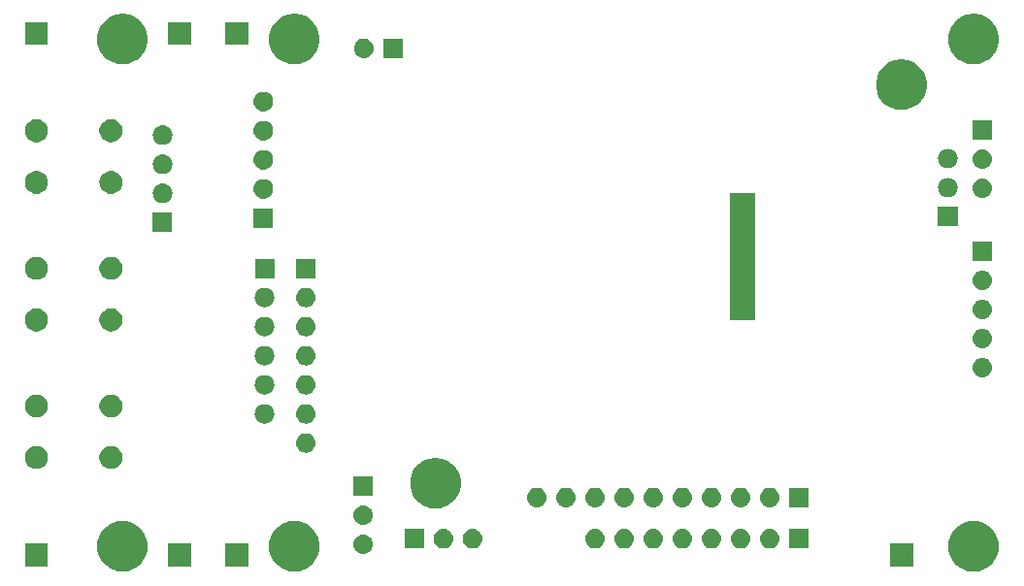
<source format=gbs>
G04 #@! TF.GenerationSoftware,KiCad,Pcbnew,(5.0.0)*
G04 #@! TF.CreationDate,2021-01-27T11:34:45+02:00*
G04 #@! TF.ProjectId,ESP32,45535033322E6B696361645F70636200,rev?*
G04 #@! TF.SameCoordinates,Original*
G04 #@! TF.FileFunction,Soldermask,Bot*
G04 #@! TF.FilePolarity,Negative*
%FSLAX46Y46*%
G04 Gerber Fmt 4.6, Leading zero omitted, Abs format (unit mm)*
G04 Created by KiCad (PCBNEW (5.0.0)) date 01/27/21 11:34:45*
%MOMM*%
%LPD*%
G01*
G04 APERTURE LIST*
%ADD10C,0.100000*%
G04 APERTURE END LIST*
D10*
G36*
X146479511Y-101190703D02*
X146692183Y-101233006D01*
X147092849Y-101398967D01*
X147453438Y-101639905D01*
X147760095Y-101946562D01*
X148001033Y-102307151D01*
X148112415Y-102576052D01*
X148166994Y-102707818D01*
X148251600Y-103133160D01*
X148251600Y-103566840D01*
X148234159Y-103654520D01*
X148166994Y-103992183D01*
X148001033Y-104392849D01*
X147760095Y-104753438D01*
X147453438Y-105060095D01*
X147092849Y-105301033D01*
X146692183Y-105466994D01*
X146479511Y-105509297D01*
X146266840Y-105551600D01*
X145833160Y-105551600D01*
X145620489Y-105509297D01*
X145407817Y-105466994D01*
X145007151Y-105301033D01*
X144646562Y-105060095D01*
X144339905Y-104753438D01*
X144098967Y-104392849D01*
X143933006Y-103992183D01*
X143865841Y-103654520D01*
X143848400Y-103566840D01*
X143848400Y-103133160D01*
X143933006Y-102707818D01*
X143987585Y-102576052D01*
X144098967Y-102307151D01*
X144339905Y-101946562D01*
X144646562Y-101639905D01*
X145007151Y-101398967D01*
X145407817Y-101233006D01*
X145620489Y-101190703D01*
X145833160Y-101148400D01*
X146266840Y-101148400D01*
X146479511Y-101190703D01*
X146479511Y-101190703D01*
G37*
G36*
X87229511Y-101190703D02*
X87442183Y-101233006D01*
X87842849Y-101398967D01*
X88203438Y-101639905D01*
X88510095Y-101946562D01*
X88751033Y-102307151D01*
X88862415Y-102576052D01*
X88916994Y-102707818D01*
X89001600Y-103133160D01*
X89001600Y-103566840D01*
X88984159Y-103654520D01*
X88916994Y-103992183D01*
X88751033Y-104392849D01*
X88510095Y-104753438D01*
X88203438Y-105060095D01*
X87842849Y-105301033D01*
X87442183Y-105466994D01*
X87229511Y-105509297D01*
X87016840Y-105551600D01*
X86583160Y-105551600D01*
X86370489Y-105509297D01*
X86157817Y-105466994D01*
X85757151Y-105301033D01*
X85396562Y-105060095D01*
X85089905Y-104753438D01*
X84848967Y-104392849D01*
X84683006Y-103992183D01*
X84615841Y-103654520D01*
X84598400Y-103566840D01*
X84598400Y-103133160D01*
X84683006Y-102707818D01*
X84737585Y-102576052D01*
X84848967Y-102307151D01*
X85089905Y-101946562D01*
X85396562Y-101639905D01*
X85757151Y-101398967D01*
X86157817Y-101233006D01*
X86370489Y-101190703D01*
X86583160Y-101148400D01*
X87016840Y-101148400D01*
X87229511Y-101190703D01*
X87229511Y-101190703D01*
G37*
G36*
X72229511Y-101190703D02*
X72442183Y-101233006D01*
X72842849Y-101398967D01*
X73203438Y-101639905D01*
X73510095Y-101946562D01*
X73751033Y-102307151D01*
X73862415Y-102576052D01*
X73916994Y-102707818D01*
X74001600Y-103133160D01*
X74001600Y-103566840D01*
X73984159Y-103654520D01*
X73916994Y-103992183D01*
X73751033Y-104392849D01*
X73510095Y-104753438D01*
X73203438Y-105060095D01*
X72842849Y-105301033D01*
X72442183Y-105466994D01*
X72229511Y-105509297D01*
X72016840Y-105551600D01*
X71583160Y-105551600D01*
X71370489Y-105509297D01*
X71157817Y-105466994D01*
X70757151Y-105301033D01*
X70396562Y-105060095D01*
X70089905Y-104753438D01*
X69848967Y-104392849D01*
X69683006Y-103992183D01*
X69615841Y-103654520D01*
X69598400Y-103566840D01*
X69598400Y-103133160D01*
X69683006Y-102707818D01*
X69737585Y-102576052D01*
X69848967Y-102307151D01*
X70089905Y-101946562D01*
X70396562Y-101639905D01*
X70757151Y-101398967D01*
X71157817Y-101233006D01*
X71370489Y-101190703D01*
X71583160Y-101148400D01*
X72016840Y-101148400D01*
X72229511Y-101190703D01*
X72229511Y-101190703D01*
G37*
G36*
X65300000Y-105100000D02*
X63300000Y-105100000D01*
X63300000Y-103100000D01*
X65300000Y-103100000D01*
X65300000Y-105100000D01*
X65300000Y-105100000D01*
G37*
G36*
X77800000Y-105100000D02*
X75800000Y-105100000D01*
X75800000Y-103100000D01*
X77800000Y-103100000D01*
X77800000Y-105100000D01*
X77800000Y-105100000D01*
G37*
G36*
X140800000Y-105100000D02*
X138800000Y-105100000D01*
X138800000Y-103100000D01*
X140800000Y-103100000D01*
X140800000Y-105100000D01*
X140800000Y-105100000D01*
G37*
G36*
X82800000Y-105100000D02*
X80800000Y-105100000D01*
X80800000Y-103100000D01*
X82800000Y-103100000D01*
X82800000Y-105100000D01*
X82800000Y-105100000D01*
G37*
G36*
X92966630Y-102342299D02*
X93126855Y-102390903D01*
X93274520Y-102469831D01*
X93403949Y-102576051D01*
X93510169Y-102705480D01*
X93589097Y-102853145D01*
X93637701Y-103013370D01*
X93654112Y-103180000D01*
X93637701Y-103346630D01*
X93589097Y-103506855D01*
X93510169Y-103654520D01*
X93403949Y-103783949D01*
X93274520Y-103890169D01*
X93126855Y-103969097D01*
X92966630Y-104017701D01*
X92841752Y-104030000D01*
X92758248Y-104030000D01*
X92633370Y-104017701D01*
X92473145Y-103969097D01*
X92325480Y-103890169D01*
X92196051Y-103783949D01*
X92089831Y-103654520D01*
X92010903Y-103506855D01*
X91962299Y-103346630D01*
X91945888Y-103180000D01*
X91962299Y-103013370D01*
X92010903Y-102853145D01*
X92089831Y-102705480D01*
X92196051Y-102576051D01*
X92325480Y-102469831D01*
X92473145Y-102390903D01*
X92633370Y-102342299D01*
X92758248Y-102330000D01*
X92841752Y-102330000D01*
X92966630Y-102342299D01*
X92966630Y-102342299D01*
G37*
G36*
X128426630Y-101862299D02*
X128586855Y-101910903D01*
X128734520Y-101989831D01*
X128863949Y-102096051D01*
X128970169Y-102225480D01*
X129049097Y-102373145D01*
X129097701Y-102533370D01*
X129114112Y-102700000D01*
X129097701Y-102866630D01*
X129049097Y-103026855D01*
X128970169Y-103174520D01*
X128863949Y-103303949D01*
X128734520Y-103410169D01*
X128586855Y-103489097D01*
X128426630Y-103537701D01*
X128301752Y-103550000D01*
X128218248Y-103550000D01*
X128093370Y-103537701D01*
X127933145Y-103489097D01*
X127785480Y-103410169D01*
X127656051Y-103303949D01*
X127549831Y-103174520D01*
X127470903Y-103026855D01*
X127422299Y-102866630D01*
X127405888Y-102700000D01*
X127422299Y-102533370D01*
X127470903Y-102373145D01*
X127549831Y-102225480D01*
X127656051Y-102096051D01*
X127785480Y-101989831D01*
X127933145Y-101910903D01*
X128093370Y-101862299D01*
X128218248Y-101850000D01*
X128301752Y-101850000D01*
X128426630Y-101862299D01*
X128426630Y-101862299D01*
G37*
G36*
X102506630Y-101862299D02*
X102666855Y-101910903D01*
X102814520Y-101989831D01*
X102943949Y-102096051D01*
X103050169Y-102225480D01*
X103129097Y-102373145D01*
X103177701Y-102533370D01*
X103194112Y-102700000D01*
X103177701Y-102866630D01*
X103129097Y-103026855D01*
X103050169Y-103174520D01*
X102943949Y-103303949D01*
X102814520Y-103410169D01*
X102666855Y-103489097D01*
X102506630Y-103537701D01*
X102381752Y-103550000D01*
X102298248Y-103550000D01*
X102173370Y-103537701D01*
X102013145Y-103489097D01*
X101865480Y-103410169D01*
X101736051Y-103303949D01*
X101629831Y-103174520D01*
X101550903Y-103026855D01*
X101502299Y-102866630D01*
X101485888Y-102700000D01*
X101502299Y-102533370D01*
X101550903Y-102373145D01*
X101629831Y-102225480D01*
X101736051Y-102096051D01*
X101865480Y-101989831D01*
X102013145Y-101910903D01*
X102173370Y-101862299D01*
X102298248Y-101850000D01*
X102381752Y-101850000D01*
X102506630Y-101862299D01*
X102506630Y-101862299D01*
G37*
G36*
X98110000Y-103550000D02*
X96410000Y-103550000D01*
X96410000Y-101850000D01*
X98110000Y-101850000D01*
X98110000Y-103550000D01*
X98110000Y-103550000D01*
G37*
G36*
X99966630Y-101862299D02*
X100126855Y-101910903D01*
X100274520Y-101989831D01*
X100403949Y-102096051D01*
X100510169Y-102225480D01*
X100589097Y-102373145D01*
X100637701Y-102533370D01*
X100654112Y-102700000D01*
X100637701Y-102866630D01*
X100589097Y-103026855D01*
X100510169Y-103174520D01*
X100403949Y-103303949D01*
X100274520Y-103410169D01*
X100126855Y-103489097D01*
X99966630Y-103537701D01*
X99841752Y-103550000D01*
X99758248Y-103550000D01*
X99633370Y-103537701D01*
X99473145Y-103489097D01*
X99325480Y-103410169D01*
X99196051Y-103303949D01*
X99089831Y-103174520D01*
X99010903Y-103026855D01*
X98962299Y-102866630D01*
X98945888Y-102700000D01*
X98962299Y-102533370D01*
X99010903Y-102373145D01*
X99089831Y-102225480D01*
X99196051Y-102096051D01*
X99325480Y-101989831D01*
X99473145Y-101910903D01*
X99633370Y-101862299D01*
X99758248Y-101850000D01*
X99841752Y-101850000D01*
X99966630Y-101862299D01*
X99966630Y-101862299D01*
G37*
G36*
X131650000Y-103550000D02*
X129950000Y-103550000D01*
X129950000Y-101850000D01*
X131650000Y-101850000D01*
X131650000Y-103550000D01*
X131650000Y-103550000D01*
G37*
G36*
X125886630Y-101862299D02*
X126046855Y-101910903D01*
X126194520Y-101989831D01*
X126323949Y-102096051D01*
X126430169Y-102225480D01*
X126509097Y-102373145D01*
X126557701Y-102533370D01*
X126574112Y-102700000D01*
X126557701Y-102866630D01*
X126509097Y-103026855D01*
X126430169Y-103174520D01*
X126323949Y-103303949D01*
X126194520Y-103410169D01*
X126046855Y-103489097D01*
X125886630Y-103537701D01*
X125761752Y-103550000D01*
X125678248Y-103550000D01*
X125553370Y-103537701D01*
X125393145Y-103489097D01*
X125245480Y-103410169D01*
X125116051Y-103303949D01*
X125009831Y-103174520D01*
X124930903Y-103026855D01*
X124882299Y-102866630D01*
X124865888Y-102700000D01*
X124882299Y-102533370D01*
X124930903Y-102373145D01*
X125009831Y-102225480D01*
X125116051Y-102096051D01*
X125245480Y-101989831D01*
X125393145Y-101910903D01*
X125553370Y-101862299D01*
X125678248Y-101850000D01*
X125761752Y-101850000D01*
X125886630Y-101862299D01*
X125886630Y-101862299D01*
G37*
G36*
X123346630Y-101862299D02*
X123506855Y-101910903D01*
X123654520Y-101989831D01*
X123783949Y-102096051D01*
X123890169Y-102225480D01*
X123969097Y-102373145D01*
X124017701Y-102533370D01*
X124034112Y-102700000D01*
X124017701Y-102866630D01*
X123969097Y-103026855D01*
X123890169Y-103174520D01*
X123783949Y-103303949D01*
X123654520Y-103410169D01*
X123506855Y-103489097D01*
X123346630Y-103537701D01*
X123221752Y-103550000D01*
X123138248Y-103550000D01*
X123013370Y-103537701D01*
X122853145Y-103489097D01*
X122705480Y-103410169D01*
X122576051Y-103303949D01*
X122469831Y-103174520D01*
X122390903Y-103026855D01*
X122342299Y-102866630D01*
X122325888Y-102700000D01*
X122342299Y-102533370D01*
X122390903Y-102373145D01*
X122469831Y-102225480D01*
X122576051Y-102096051D01*
X122705480Y-101989831D01*
X122853145Y-101910903D01*
X123013370Y-101862299D01*
X123138248Y-101850000D01*
X123221752Y-101850000D01*
X123346630Y-101862299D01*
X123346630Y-101862299D01*
G37*
G36*
X120806630Y-101862299D02*
X120966855Y-101910903D01*
X121114520Y-101989831D01*
X121243949Y-102096051D01*
X121350169Y-102225480D01*
X121429097Y-102373145D01*
X121477701Y-102533370D01*
X121494112Y-102700000D01*
X121477701Y-102866630D01*
X121429097Y-103026855D01*
X121350169Y-103174520D01*
X121243949Y-103303949D01*
X121114520Y-103410169D01*
X120966855Y-103489097D01*
X120806630Y-103537701D01*
X120681752Y-103550000D01*
X120598248Y-103550000D01*
X120473370Y-103537701D01*
X120313145Y-103489097D01*
X120165480Y-103410169D01*
X120036051Y-103303949D01*
X119929831Y-103174520D01*
X119850903Y-103026855D01*
X119802299Y-102866630D01*
X119785888Y-102700000D01*
X119802299Y-102533370D01*
X119850903Y-102373145D01*
X119929831Y-102225480D01*
X120036051Y-102096051D01*
X120165480Y-101989831D01*
X120313145Y-101910903D01*
X120473370Y-101862299D01*
X120598248Y-101850000D01*
X120681752Y-101850000D01*
X120806630Y-101862299D01*
X120806630Y-101862299D01*
G37*
G36*
X113186630Y-101862299D02*
X113346855Y-101910903D01*
X113494520Y-101989831D01*
X113623949Y-102096051D01*
X113730169Y-102225480D01*
X113809097Y-102373145D01*
X113857701Y-102533370D01*
X113874112Y-102700000D01*
X113857701Y-102866630D01*
X113809097Y-103026855D01*
X113730169Y-103174520D01*
X113623949Y-103303949D01*
X113494520Y-103410169D01*
X113346855Y-103489097D01*
X113186630Y-103537701D01*
X113061752Y-103550000D01*
X112978248Y-103550000D01*
X112853370Y-103537701D01*
X112693145Y-103489097D01*
X112545480Y-103410169D01*
X112416051Y-103303949D01*
X112309831Y-103174520D01*
X112230903Y-103026855D01*
X112182299Y-102866630D01*
X112165888Y-102700000D01*
X112182299Y-102533370D01*
X112230903Y-102373145D01*
X112309831Y-102225480D01*
X112416051Y-102096051D01*
X112545480Y-101989831D01*
X112693145Y-101910903D01*
X112853370Y-101862299D01*
X112978248Y-101850000D01*
X113061752Y-101850000D01*
X113186630Y-101862299D01*
X113186630Y-101862299D01*
G37*
G36*
X115726630Y-101862299D02*
X115886855Y-101910903D01*
X116034520Y-101989831D01*
X116163949Y-102096051D01*
X116270169Y-102225480D01*
X116349097Y-102373145D01*
X116397701Y-102533370D01*
X116414112Y-102700000D01*
X116397701Y-102866630D01*
X116349097Y-103026855D01*
X116270169Y-103174520D01*
X116163949Y-103303949D01*
X116034520Y-103410169D01*
X115886855Y-103489097D01*
X115726630Y-103537701D01*
X115601752Y-103550000D01*
X115518248Y-103550000D01*
X115393370Y-103537701D01*
X115233145Y-103489097D01*
X115085480Y-103410169D01*
X114956051Y-103303949D01*
X114849831Y-103174520D01*
X114770903Y-103026855D01*
X114722299Y-102866630D01*
X114705888Y-102700000D01*
X114722299Y-102533370D01*
X114770903Y-102373145D01*
X114849831Y-102225480D01*
X114956051Y-102096051D01*
X115085480Y-101989831D01*
X115233145Y-101910903D01*
X115393370Y-101862299D01*
X115518248Y-101850000D01*
X115601752Y-101850000D01*
X115726630Y-101862299D01*
X115726630Y-101862299D01*
G37*
G36*
X118266630Y-101862299D02*
X118426855Y-101910903D01*
X118574520Y-101989831D01*
X118703949Y-102096051D01*
X118810169Y-102225480D01*
X118889097Y-102373145D01*
X118937701Y-102533370D01*
X118954112Y-102700000D01*
X118937701Y-102866630D01*
X118889097Y-103026855D01*
X118810169Y-103174520D01*
X118703949Y-103303949D01*
X118574520Y-103410169D01*
X118426855Y-103489097D01*
X118266630Y-103537701D01*
X118141752Y-103550000D01*
X118058248Y-103550000D01*
X117933370Y-103537701D01*
X117773145Y-103489097D01*
X117625480Y-103410169D01*
X117496051Y-103303949D01*
X117389831Y-103174520D01*
X117310903Y-103026855D01*
X117262299Y-102866630D01*
X117245888Y-102700000D01*
X117262299Y-102533370D01*
X117310903Y-102373145D01*
X117389831Y-102225480D01*
X117496051Y-102096051D01*
X117625480Y-101989831D01*
X117773145Y-101910903D01*
X117933370Y-101862299D01*
X118058248Y-101850000D01*
X118141752Y-101850000D01*
X118266630Y-101862299D01*
X118266630Y-101862299D01*
G37*
G36*
X92966630Y-99802299D02*
X93126855Y-99850903D01*
X93274520Y-99929831D01*
X93403949Y-100036051D01*
X93510169Y-100165480D01*
X93589097Y-100313145D01*
X93637701Y-100473370D01*
X93654112Y-100640000D01*
X93637701Y-100806630D01*
X93589097Y-100966855D01*
X93510169Y-101114520D01*
X93403949Y-101243949D01*
X93274520Y-101350169D01*
X93126855Y-101429097D01*
X92966630Y-101477701D01*
X92841752Y-101490000D01*
X92758248Y-101490000D01*
X92633370Y-101477701D01*
X92473145Y-101429097D01*
X92325480Y-101350169D01*
X92196051Y-101243949D01*
X92089831Y-101114520D01*
X92010903Y-100966855D01*
X91962299Y-100806630D01*
X91945888Y-100640000D01*
X91962299Y-100473370D01*
X92010903Y-100313145D01*
X92089831Y-100165480D01*
X92196051Y-100036051D01*
X92325480Y-99929831D01*
X92473145Y-99850903D01*
X92633370Y-99802299D01*
X92758248Y-99790000D01*
X92841752Y-99790000D01*
X92966630Y-99802299D01*
X92966630Y-99802299D01*
G37*
G36*
X99527511Y-95690703D02*
X99740183Y-95733006D01*
X100140849Y-95898967D01*
X100501438Y-96139905D01*
X100808095Y-96446562D01*
X101049033Y-96807151D01*
X101214994Y-97207817D01*
X101299600Y-97633161D01*
X101299600Y-98066839D01*
X101214994Y-98492183D01*
X101049033Y-98892849D01*
X100808095Y-99253438D01*
X100501438Y-99560095D01*
X100140849Y-99801033D01*
X99740183Y-99966994D01*
X99527511Y-100009297D01*
X99314840Y-100051600D01*
X98881160Y-100051600D01*
X98668489Y-100009297D01*
X98455817Y-99966994D01*
X98055151Y-99801033D01*
X97694562Y-99560095D01*
X97387905Y-99253438D01*
X97146967Y-98892849D01*
X96981006Y-98492183D01*
X96896400Y-98066839D01*
X96896400Y-97633161D01*
X96981006Y-97207817D01*
X97146967Y-96807151D01*
X97387905Y-96446562D01*
X97694562Y-96139905D01*
X98055151Y-95898967D01*
X98455817Y-95733006D01*
X98668489Y-95690703D01*
X98881160Y-95648400D01*
X99314840Y-95648400D01*
X99527511Y-95690703D01*
X99527511Y-95690703D01*
G37*
G36*
X131650000Y-99950000D02*
X129950000Y-99950000D01*
X129950000Y-98250000D01*
X131650000Y-98250000D01*
X131650000Y-99950000D01*
X131650000Y-99950000D01*
G37*
G36*
X115726630Y-98262299D02*
X115886855Y-98310903D01*
X116034520Y-98389831D01*
X116163949Y-98496051D01*
X116270169Y-98625480D01*
X116349097Y-98773145D01*
X116397701Y-98933370D01*
X116414112Y-99100000D01*
X116397701Y-99266630D01*
X116349097Y-99426855D01*
X116270169Y-99574520D01*
X116163949Y-99703949D01*
X116034520Y-99810169D01*
X115886855Y-99889097D01*
X115726630Y-99937701D01*
X115601752Y-99950000D01*
X115518248Y-99950000D01*
X115393370Y-99937701D01*
X115233145Y-99889097D01*
X115085480Y-99810169D01*
X114956051Y-99703949D01*
X114849831Y-99574520D01*
X114770903Y-99426855D01*
X114722299Y-99266630D01*
X114705888Y-99100000D01*
X114722299Y-98933370D01*
X114770903Y-98773145D01*
X114849831Y-98625480D01*
X114956051Y-98496051D01*
X115085480Y-98389831D01*
X115233145Y-98310903D01*
X115393370Y-98262299D01*
X115518248Y-98250000D01*
X115601752Y-98250000D01*
X115726630Y-98262299D01*
X115726630Y-98262299D01*
G37*
G36*
X110646630Y-98262299D02*
X110806855Y-98310903D01*
X110954520Y-98389831D01*
X111083949Y-98496051D01*
X111190169Y-98625480D01*
X111269097Y-98773145D01*
X111317701Y-98933370D01*
X111334112Y-99100000D01*
X111317701Y-99266630D01*
X111269097Y-99426855D01*
X111190169Y-99574520D01*
X111083949Y-99703949D01*
X110954520Y-99810169D01*
X110806855Y-99889097D01*
X110646630Y-99937701D01*
X110521752Y-99950000D01*
X110438248Y-99950000D01*
X110313370Y-99937701D01*
X110153145Y-99889097D01*
X110005480Y-99810169D01*
X109876051Y-99703949D01*
X109769831Y-99574520D01*
X109690903Y-99426855D01*
X109642299Y-99266630D01*
X109625888Y-99100000D01*
X109642299Y-98933370D01*
X109690903Y-98773145D01*
X109769831Y-98625480D01*
X109876051Y-98496051D01*
X110005480Y-98389831D01*
X110153145Y-98310903D01*
X110313370Y-98262299D01*
X110438248Y-98250000D01*
X110521752Y-98250000D01*
X110646630Y-98262299D01*
X110646630Y-98262299D01*
G37*
G36*
X108106630Y-98262299D02*
X108266855Y-98310903D01*
X108414520Y-98389831D01*
X108543949Y-98496051D01*
X108650169Y-98625480D01*
X108729097Y-98773145D01*
X108777701Y-98933370D01*
X108794112Y-99100000D01*
X108777701Y-99266630D01*
X108729097Y-99426855D01*
X108650169Y-99574520D01*
X108543949Y-99703949D01*
X108414520Y-99810169D01*
X108266855Y-99889097D01*
X108106630Y-99937701D01*
X107981752Y-99950000D01*
X107898248Y-99950000D01*
X107773370Y-99937701D01*
X107613145Y-99889097D01*
X107465480Y-99810169D01*
X107336051Y-99703949D01*
X107229831Y-99574520D01*
X107150903Y-99426855D01*
X107102299Y-99266630D01*
X107085888Y-99100000D01*
X107102299Y-98933370D01*
X107150903Y-98773145D01*
X107229831Y-98625480D01*
X107336051Y-98496051D01*
X107465480Y-98389831D01*
X107613145Y-98310903D01*
X107773370Y-98262299D01*
X107898248Y-98250000D01*
X107981752Y-98250000D01*
X108106630Y-98262299D01*
X108106630Y-98262299D01*
G37*
G36*
X118266630Y-98262299D02*
X118426855Y-98310903D01*
X118574520Y-98389831D01*
X118703949Y-98496051D01*
X118810169Y-98625480D01*
X118889097Y-98773145D01*
X118937701Y-98933370D01*
X118954112Y-99100000D01*
X118937701Y-99266630D01*
X118889097Y-99426855D01*
X118810169Y-99574520D01*
X118703949Y-99703949D01*
X118574520Y-99810169D01*
X118426855Y-99889097D01*
X118266630Y-99937701D01*
X118141752Y-99950000D01*
X118058248Y-99950000D01*
X117933370Y-99937701D01*
X117773145Y-99889097D01*
X117625480Y-99810169D01*
X117496051Y-99703949D01*
X117389831Y-99574520D01*
X117310903Y-99426855D01*
X117262299Y-99266630D01*
X117245888Y-99100000D01*
X117262299Y-98933370D01*
X117310903Y-98773145D01*
X117389831Y-98625480D01*
X117496051Y-98496051D01*
X117625480Y-98389831D01*
X117773145Y-98310903D01*
X117933370Y-98262299D01*
X118058248Y-98250000D01*
X118141752Y-98250000D01*
X118266630Y-98262299D01*
X118266630Y-98262299D01*
G37*
G36*
X120806630Y-98262299D02*
X120966855Y-98310903D01*
X121114520Y-98389831D01*
X121243949Y-98496051D01*
X121350169Y-98625480D01*
X121429097Y-98773145D01*
X121477701Y-98933370D01*
X121494112Y-99100000D01*
X121477701Y-99266630D01*
X121429097Y-99426855D01*
X121350169Y-99574520D01*
X121243949Y-99703949D01*
X121114520Y-99810169D01*
X120966855Y-99889097D01*
X120806630Y-99937701D01*
X120681752Y-99950000D01*
X120598248Y-99950000D01*
X120473370Y-99937701D01*
X120313145Y-99889097D01*
X120165480Y-99810169D01*
X120036051Y-99703949D01*
X119929831Y-99574520D01*
X119850903Y-99426855D01*
X119802299Y-99266630D01*
X119785888Y-99100000D01*
X119802299Y-98933370D01*
X119850903Y-98773145D01*
X119929831Y-98625480D01*
X120036051Y-98496051D01*
X120165480Y-98389831D01*
X120313145Y-98310903D01*
X120473370Y-98262299D01*
X120598248Y-98250000D01*
X120681752Y-98250000D01*
X120806630Y-98262299D01*
X120806630Y-98262299D01*
G37*
G36*
X123346630Y-98262299D02*
X123506855Y-98310903D01*
X123654520Y-98389831D01*
X123783949Y-98496051D01*
X123890169Y-98625480D01*
X123969097Y-98773145D01*
X124017701Y-98933370D01*
X124034112Y-99100000D01*
X124017701Y-99266630D01*
X123969097Y-99426855D01*
X123890169Y-99574520D01*
X123783949Y-99703949D01*
X123654520Y-99810169D01*
X123506855Y-99889097D01*
X123346630Y-99937701D01*
X123221752Y-99950000D01*
X123138248Y-99950000D01*
X123013370Y-99937701D01*
X122853145Y-99889097D01*
X122705480Y-99810169D01*
X122576051Y-99703949D01*
X122469831Y-99574520D01*
X122390903Y-99426855D01*
X122342299Y-99266630D01*
X122325888Y-99100000D01*
X122342299Y-98933370D01*
X122390903Y-98773145D01*
X122469831Y-98625480D01*
X122576051Y-98496051D01*
X122705480Y-98389831D01*
X122853145Y-98310903D01*
X123013370Y-98262299D01*
X123138248Y-98250000D01*
X123221752Y-98250000D01*
X123346630Y-98262299D01*
X123346630Y-98262299D01*
G37*
G36*
X125886630Y-98262299D02*
X126046855Y-98310903D01*
X126194520Y-98389831D01*
X126323949Y-98496051D01*
X126430169Y-98625480D01*
X126509097Y-98773145D01*
X126557701Y-98933370D01*
X126574112Y-99100000D01*
X126557701Y-99266630D01*
X126509097Y-99426855D01*
X126430169Y-99574520D01*
X126323949Y-99703949D01*
X126194520Y-99810169D01*
X126046855Y-99889097D01*
X125886630Y-99937701D01*
X125761752Y-99950000D01*
X125678248Y-99950000D01*
X125553370Y-99937701D01*
X125393145Y-99889097D01*
X125245480Y-99810169D01*
X125116051Y-99703949D01*
X125009831Y-99574520D01*
X124930903Y-99426855D01*
X124882299Y-99266630D01*
X124865888Y-99100000D01*
X124882299Y-98933370D01*
X124930903Y-98773145D01*
X125009831Y-98625480D01*
X125116051Y-98496051D01*
X125245480Y-98389831D01*
X125393145Y-98310903D01*
X125553370Y-98262299D01*
X125678248Y-98250000D01*
X125761752Y-98250000D01*
X125886630Y-98262299D01*
X125886630Y-98262299D01*
G37*
G36*
X128426630Y-98262299D02*
X128586855Y-98310903D01*
X128734520Y-98389831D01*
X128863949Y-98496051D01*
X128970169Y-98625480D01*
X129049097Y-98773145D01*
X129097701Y-98933370D01*
X129114112Y-99100000D01*
X129097701Y-99266630D01*
X129049097Y-99426855D01*
X128970169Y-99574520D01*
X128863949Y-99703949D01*
X128734520Y-99810169D01*
X128586855Y-99889097D01*
X128426630Y-99937701D01*
X128301752Y-99950000D01*
X128218248Y-99950000D01*
X128093370Y-99937701D01*
X127933145Y-99889097D01*
X127785480Y-99810169D01*
X127656051Y-99703949D01*
X127549831Y-99574520D01*
X127470903Y-99426855D01*
X127422299Y-99266630D01*
X127405888Y-99100000D01*
X127422299Y-98933370D01*
X127470903Y-98773145D01*
X127549831Y-98625480D01*
X127656051Y-98496051D01*
X127785480Y-98389831D01*
X127933145Y-98310903D01*
X128093370Y-98262299D01*
X128218248Y-98250000D01*
X128301752Y-98250000D01*
X128426630Y-98262299D01*
X128426630Y-98262299D01*
G37*
G36*
X113186630Y-98262299D02*
X113346855Y-98310903D01*
X113494520Y-98389831D01*
X113623949Y-98496051D01*
X113730169Y-98625480D01*
X113809097Y-98773145D01*
X113857701Y-98933370D01*
X113874112Y-99100000D01*
X113857701Y-99266630D01*
X113809097Y-99426855D01*
X113730169Y-99574520D01*
X113623949Y-99703949D01*
X113494520Y-99810169D01*
X113346855Y-99889097D01*
X113186630Y-99937701D01*
X113061752Y-99950000D01*
X112978248Y-99950000D01*
X112853370Y-99937701D01*
X112693145Y-99889097D01*
X112545480Y-99810169D01*
X112416051Y-99703949D01*
X112309831Y-99574520D01*
X112230903Y-99426855D01*
X112182299Y-99266630D01*
X112165888Y-99100000D01*
X112182299Y-98933370D01*
X112230903Y-98773145D01*
X112309831Y-98625480D01*
X112416051Y-98496051D01*
X112545480Y-98389831D01*
X112693145Y-98310903D01*
X112853370Y-98262299D01*
X112978248Y-98250000D01*
X113061752Y-98250000D01*
X113186630Y-98262299D01*
X113186630Y-98262299D01*
G37*
G36*
X93650000Y-98950000D02*
X91950000Y-98950000D01*
X91950000Y-97250000D01*
X93650000Y-97250000D01*
X93650000Y-98950000D01*
X93650000Y-98950000D01*
G37*
G36*
X64475770Y-94615372D02*
X64591689Y-94638429D01*
X64773678Y-94713811D01*
X64937463Y-94823249D01*
X65076751Y-94962537D01*
X65186189Y-95126322D01*
X65261571Y-95308311D01*
X65300000Y-95501509D01*
X65300000Y-95698491D01*
X65261571Y-95891689D01*
X65186189Y-96073678D01*
X65076751Y-96237463D01*
X64937463Y-96376751D01*
X64773678Y-96486189D01*
X64591689Y-96561571D01*
X64475770Y-96584628D01*
X64398493Y-96600000D01*
X64201507Y-96600000D01*
X64124230Y-96584628D01*
X64008311Y-96561571D01*
X63826322Y-96486189D01*
X63662537Y-96376751D01*
X63523249Y-96237463D01*
X63413811Y-96073678D01*
X63338429Y-95891689D01*
X63300000Y-95698491D01*
X63300000Y-95501509D01*
X63338429Y-95308311D01*
X63413811Y-95126322D01*
X63523249Y-94962537D01*
X63662537Y-94823249D01*
X63826322Y-94713811D01*
X64008311Y-94638429D01*
X64124230Y-94615372D01*
X64201507Y-94600000D01*
X64398493Y-94600000D01*
X64475770Y-94615372D01*
X64475770Y-94615372D01*
G37*
G36*
X70975770Y-94615372D02*
X71091689Y-94638429D01*
X71273678Y-94713811D01*
X71437463Y-94823249D01*
X71576751Y-94962537D01*
X71686189Y-95126322D01*
X71761571Y-95308311D01*
X71800000Y-95501509D01*
X71800000Y-95698491D01*
X71761571Y-95891689D01*
X71686189Y-96073678D01*
X71576751Y-96237463D01*
X71437463Y-96376751D01*
X71273678Y-96486189D01*
X71091689Y-96561571D01*
X70975770Y-96584628D01*
X70898493Y-96600000D01*
X70701507Y-96600000D01*
X70624230Y-96584628D01*
X70508311Y-96561571D01*
X70326322Y-96486189D01*
X70162537Y-96376751D01*
X70023249Y-96237463D01*
X69913811Y-96073678D01*
X69838429Y-95891689D01*
X69800000Y-95698491D01*
X69800000Y-95501509D01*
X69838429Y-95308311D01*
X69913811Y-95126322D01*
X70023249Y-94962537D01*
X70162537Y-94823249D01*
X70326322Y-94713811D01*
X70508311Y-94638429D01*
X70624230Y-94615372D01*
X70701507Y-94600000D01*
X70898493Y-94600000D01*
X70975770Y-94615372D01*
X70975770Y-94615372D01*
G37*
G36*
X87966630Y-93502299D02*
X88126855Y-93550903D01*
X88274520Y-93629831D01*
X88403949Y-93736051D01*
X88510169Y-93865480D01*
X88589097Y-94013145D01*
X88637701Y-94173370D01*
X88654112Y-94340000D01*
X88637701Y-94506630D01*
X88589097Y-94666855D01*
X88510169Y-94814520D01*
X88403949Y-94943949D01*
X88274520Y-95050169D01*
X88126855Y-95129097D01*
X87966630Y-95177701D01*
X87841752Y-95190000D01*
X87758248Y-95190000D01*
X87633370Y-95177701D01*
X87473145Y-95129097D01*
X87325480Y-95050169D01*
X87196051Y-94943949D01*
X87089831Y-94814520D01*
X87010903Y-94666855D01*
X86962299Y-94506630D01*
X86945888Y-94340000D01*
X86962299Y-94173370D01*
X87010903Y-94013145D01*
X87089831Y-93865480D01*
X87196051Y-93736051D01*
X87325480Y-93629831D01*
X87473145Y-93550903D01*
X87633370Y-93502299D01*
X87758248Y-93490000D01*
X87841752Y-93490000D01*
X87966630Y-93502299D01*
X87966630Y-93502299D01*
G37*
G36*
X84366630Y-90962299D02*
X84526855Y-91010903D01*
X84674520Y-91089831D01*
X84803949Y-91196051D01*
X84910169Y-91325480D01*
X84989097Y-91473145D01*
X85037701Y-91633370D01*
X85054112Y-91800000D01*
X85037701Y-91966630D01*
X84989097Y-92126855D01*
X84910169Y-92274520D01*
X84803949Y-92403949D01*
X84674520Y-92510169D01*
X84526855Y-92589097D01*
X84366630Y-92637701D01*
X84241752Y-92650000D01*
X84158248Y-92650000D01*
X84033370Y-92637701D01*
X83873145Y-92589097D01*
X83725480Y-92510169D01*
X83596051Y-92403949D01*
X83489831Y-92274520D01*
X83410903Y-92126855D01*
X83362299Y-91966630D01*
X83345888Y-91800000D01*
X83362299Y-91633370D01*
X83410903Y-91473145D01*
X83489831Y-91325480D01*
X83596051Y-91196051D01*
X83725480Y-91089831D01*
X83873145Y-91010903D01*
X84033370Y-90962299D01*
X84158248Y-90950000D01*
X84241752Y-90950000D01*
X84366630Y-90962299D01*
X84366630Y-90962299D01*
G37*
G36*
X87966630Y-90962299D02*
X88126855Y-91010903D01*
X88274520Y-91089831D01*
X88403949Y-91196051D01*
X88510169Y-91325480D01*
X88589097Y-91473145D01*
X88637701Y-91633370D01*
X88654112Y-91800000D01*
X88637701Y-91966630D01*
X88589097Y-92126855D01*
X88510169Y-92274520D01*
X88403949Y-92403949D01*
X88274520Y-92510169D01*
X88126855Y-92589097D01*
X87966630Y-92637701D01*
X87841752Y-92650000D01*
X87758248Y-92650000D01*
X87633370Y-92637701D01*
X87473145Y-92589097D01*
X87325480Y-92510169D01*
X87196051Y-92403949D01*
X87089831Y-92274520D01*
X87010903Y-92126855D01*
X86962299Y-91966630D01*
X86945888Y-91800000D01*
X86962299Y-91633370D01*
X87010903Y-91473145D01*
X87089831Y-91325480D01*
X87196051Y-91196051D01*
X87325480Y-91089831D01*
X87473145Y-91010903D01*
X87633370Y-90962299D01*
X87758248Y-90950000D01*
X87841752Y-90950000D01*
X87966630Y-90962299D01*
X87966630Y-90962299D01*
G37*
G36*
X64475770Y-90115372D02*
X64591689Y-90138429D01*
X64773678Y-90213811D01*
X64937463Y-90323249D01*
X65076751Y-90462537D01*
X65186189Y-90626322D01*
X65261571Y-90808311D01*
X65300000Y-91001509D01*
X65300000Y-91198491D01*
X65261571Y-91391689D01*
X65186189Y-91573678D01*
X65076751Y-91737463D01*
X64937463Y-91876751D01*
X64773678Y-91986189D01*
X64591689Y-92061571D01*
X64475770Y-92084628D01*
X64398493Y-92100000D01*
X64201507Y-92100000D01*
X64124230Y-92084628D01*
X64008311Y-92061571D01*
X63826322Y-91986189D01*
X63662537Y-91876751D01*
X63523249Y-91737463D01*
X63413811Y-91573678D01*
X63338429Y-91391689D01*
X63300000Y-91198491D01*
X63300000Y-91001509D01*
X63338429Y-90808311D01*
X63413811Y-90626322D01*
X63523249Y-90462537D01*
X63662537Y-90323249D01*
X63826322Y-90213811D01*
X64008311Y-90138429D01*
X64124230Y-90115372D01*
X64201507Y-90100000D01*
X64398493Y-90100000D01*
X64475770Y-90115372D01*
X64475770Y-90115372D01*
G37*
G36*
X70975770Y-90115372D02*
X71091689Y-90138429D01*
X71273678Y-90213811D01*
X71437463Y-90323249D01*
X71576751Y-90462537D01*
X71686189Y-90626322D01*
X71761571Y-90808311D01*
X71800000Y-91001509D01*
X71800000Y-91198491D01*
X71761571Y-91391689D01*
X71686189Y-91573678D01*
X71576751Y-91737463D01*
X71437463Y-91876751D01*
X71273678Y-91986189D01*
X71091689Y-92061571D01*
X70975770Y-92084628D01*
X70898493Y-92100000D01*
X70701507Y-92100000D01*
X70624230Y-92084628D01*
X70508311Y-92061571D01*
X70326322Y-91986189D01*
X70162537Y-91876751D01*
X70023249Y-91737463D01*
X69913811Y-91573678D01*
X69838429Y-91391689D01*
X69800000Y-91198491D01*
X69800000Y-91001509D01*
X69838429Y-90808311D01*
X69913811Y-90626322D01*
X70023249Y-90462537D01*
X70162537Y-90323249D01*
X70326322Y-90213811D01*
X70508311Y-90138429D01*
X70624230Y-90115372D01*
X70701507Y-90100000D01*
X70898493Y-90100000D01*
X70975770Y-90115372D01*
X70975770Y-90115372D01*
G37*
G36*
X87966630Y-88422299D02*
X88126855Y-88470903D01*
X88274520Y-88549831D01*
X88403949Y-88656051D01*
X88510169Y-88785480D01*
X88589097Y-88933145D01*
X88637701Y-89093370D01*
X88654112Y-89260000D01*
X88637701Y-89426630D01*
X88589097Y-89586855D01*
X88510169Y-89734520D01*
X88403949Y-89863949D01*
X88274520Y-89970169D01*
X88126855Y-90049097D01*
X87966630Y-90097701D01*
X87841752Y-90110000D01*
X87758248Y-90110000D01*
X87633370Y-90097701D01*
X87473145Y-90049097D01*
X87325480Y-89970169D01*
X87196051Y-89863949D01*
X87089831Y-89734520D01*
X87010903Y-89586855D01*
X86962299Y-89426630D01*
X86945888Y-89260000D01*
X86962299Y-89093370D01*
X87010903Y-88933145D01*
X87089831Y-88785480D01*
X87196051Y-88656051D01*
X87325480Y-88549831D01*
X87473145Y-88470903D01*
X87633370Y-88422299D01*
X87758248Y-88410000D01*
X87841752Y-88410000D01*
X87966630Y-88422299D01*
X87966630Y-88422299D01*
G37*
G36*
X84366630Y-88422299D02*
X84526855Y-88470903D01*
X84674520Y-88549831D01*
X84803949Y-88656051D01*
X84910169Y-88785480D01*
X84989097Y-88933145D01*
X85037701Y-89093370D01*
X85054112Y-89260000D01*
X85037701Y-89426630D01*
X84989097Y-89586855D01*
X84910169Y-89734520D01*
X84803949Y-89863949D01*
X84674520Y-89970169D01*
X84526855Y-90049097D01*
X84366630Y-90097701D01*
X84241752Y-90110000D01*
X84158248Y-90110000D01*
X84033370Y-90097701D01*
X83873145Y-90049097D01*
X83725480Y-89970169D01*
X83596051Y-89863949D01*
X83489831Y-89734520D01*
X83410903Y-89586855D01*
X83362299Y-89426630D01*
X83345888Y-89260000D01*
X83362299Y-89093370D01*
X83410903Y-88933145D01*
X83489831Y-88785480D01*
X83596051Y-88656051D01*
X83725480Y-88549831D01*
X83873145Y-88470903D01*
X84033370Y-88422299D01*
X84158248Y-88410000D01*
X84241752Y-88410000D01*
X84366630Y-88422299D01*
X84366630Y-88422299D01*
G37*
G36*
X146966630Y-86922299D02*
X147126855Y-86970903D01*
X147274520Y-87049831D01*
X147403949Y-87156051D01*
X147510169Y-87285480D01*
X147589097Y-87433145D01*
X147637701Y-87593370D01*
X147654112Y-87760000D01*
X147637701Y-87926630D01*
X147589097Y-88086855D01*
X147510169Y-88234520D01*
X147403949Y-88363949D01*
X147274520Y-88470169D01*
X147126855Y-88549097D01*
X146966630Y-88597701D01*
X146841752Y-88610000D01*
X146758248Y-88610000D01*
X146633370Y-88597701D01*
X146473145Y-88549097D01*
X146325480Y-88470169D01*
X146196051Y-88363949D01*
X146089831Y-88234520D01*
X146010903Y-88086855D01*
X145962299Y-87926630D01*
X145945888Y-87760000D01*
X145962299Y-87593370D01*
X146010903Y-87433145D01*
X146089831Y-87285480D01*
X146196051Y-87156051D01*
X146325480Y-87049831D01*
X146473145Y-86970903D01*
X146633370Y-86922299D01*
X146758248Y-86910000D01*
X146841752Y-86910000D01*
X146966630Y-86922299D01*
X146966630Y-86922299D01*
G37*
G36*
X84366630Y-85882299D02*
X84526855Y-85930903D01*
X84674520Y-86009831D01*
X84803949Y-86116051D01*
X84910169Y-86245480D01*
X84989097Y-86393145D01*
X85037701Y-86553370D01*
X85054112Y-86720000D01*
X85037701Y-86886630D01*
X84989097Y-87046855D01*
X84910169Y-87194520D01*
X84803949Y-87323949D01*
X84674520Y-87430169D01*
X84526855Y-87509097D01*
X84366630Y-87557701D01*
X84241752Y-87570000D01*
X84158248Y-87570000D01*
X84033370Y-87557701D01*
X83873145Y-87509097D01*
X83725480Y-87430169D01*
X83596051Y-87323949D01*
X83489831Y-87194520D01*
X83410903Y-87046855D01*
X83362299Y-86886630D01*
X83345888Y-86720000D01*
X83362299Y-86553370D01*
X83410903Y-86393145D01*
X83489831Y-86245480D01*
X83596051Y-86116051D01*
X83725480Y-86009831D01*
X83873145Y-85930903D01*
X84033370Y-85882299D01*
X84158248Y-85870000D01*
X84241752Y-85870000D01*
X84366630Y-85882299D01*
X84366630Y-85882299D01*
G37*
G36*
X87966630Y-85882299D02*
X88126855Y-85930903D01*
X88274520Y-86009831D01*
X88403949Y-86116051D01*
X88510169Y-86245480D01*
X88589097Y-86393145D01*
X88637701Y-86553370D01*
X88654112Y-86720000D01*
X88637701Y-86886630D01*
X88589097Y-87046855D01*
X88510169Y-87194520D01*
X88403949Y-87323949D01*
X88274520Y-87430169D01*
X88126855Y-87509097D01*
X87966630Y-87557701D01*
X87841752Y-87570000D01*
X87758248Y-87570000D01*
X87633370Y-87557701D01*
X87473145Y-87509097D01*
X87325480Y-87430169D01*
X87196051Y-87323949D01*
X87089831Y-87194520D01*
X87010903Y-87046855D01*
X86962299Y-86886630D01*
X86945888Y-86720000D01*
X86962299Y-86553370D01*
X87010903Y-86393145D01*
X87089831Y-86245480D01*
X87196051Y-86116051D01*
X87325480Y-86009831D01*
X87473145Y-85930903D01*
X87633370Y-85882299D01*
X87758248Y-85870000D01*
X87841752Y-85870000D01*
X87966630Y-85882299D01*
X87966630Y-85882299D01*
G37*
G36*
X146966630Y-84382299D02*
X147126855Y-84430903D01*
X147274520Y-84509831D01*
X147403949Y-84616051D01*
X147510169Y-84745480D01*
X147589097Y-84893145D01*
X147637701Y-85053370D01*
X147654112Y-85220000D01*
X147637701Y-85386630D01*
X147589097Y-85546855D01*
X147510169Y-85694520D01*
X147403949Y-85823949D01*
X147274520Y-85930169D01*
X147126855Y-86009097D01*
X146966630Y-86057701D01*
X146841752Y-86070000D01*
X146758248Y-86070000D01*
X146633370Y-86057701D01*
X146473145Y-86009097D01*
X146325480Y-85930169D01*
X146196051Y-85823949D01*
X146089831Y-85694520D01*
X146010903Y-85546855D01*
X145962299Y-85386630D01*
X145945888Y-85220000D01*
X145962299Y-85053370D01*
X146010903Y-84893145D01*
X146089831Y-84745480D01*
X146196051Y-84616051D01*
X146325480Y-84509831D01*
X146473145Y-84430903D01*
X146633370Y-84382299D01*
X146758248Y-84370000D01*
X146841752Y-84370000D01*
X146966630Y-84382299D01*
X146966630Y-84382299D01*
G37*
G36*
X84366630Y-83342299D02*
X84526855Y-83390903D01*
X84674520Y-83469831D01*
X84803949Y-83576051D01*
X84910169Y-83705480D01*
X84989097Y-83853145D01*
X85037701Y-84013370D01*
X85054112Y-84180000D01*
X85037701Y-84346630D01*
X84989097Y-84506855D01*
X84910169Y-84654520D01*
X84803949Y-84783949D01*
X84674520Y-84890169D01*
X84526855Y-84969097D01*
X84366630Y-85017701D01*
X84241752Y-85030000D01*
X84158248Y-85030000D01*
X84033370Y-85017701D01*
X83873145Y-84969097D01*
X83725480Y-84890169D01*
X83596051Y-84783949D01*
X83489831Y-84654520D01*
X83410903Y-84506855D01*
X83362299Y-84346630D01*
X83345888Y-84180000D01*
X83362299Y-84013370D01*
X83410903Y-83853145D01*
X83489831Y-83705480D01*
X83596051Y-83576051D01*
X83725480Y-83469831D01*
X83873145Y-83390903D01*
X84033370Y-83342299D01*
X84158248Y-83330000D01*
X84241752Y-83330000D01*
X84366630Y-83342299D01*
X84366630Y-83342299D01*
G37*
G36*
X87966630Y-83342299D02*
X88126855Y-83390903D01*
X88274520Y-83469831D01*
X88403949Y-83576051D01*
X88510169Y-83705480D01*
X88589097Y-83853145D01*
X88637701Y-84013370D01*
X88654112Y-84180000D01*
X88637701Y-84346630D01*
X88589097Y-84506855D01*
X88510169Y-84654520D01*
X88403949Y-84783949D01*
X88274520Y-84890169D01*
X88126855Y-84969097D01*
X87966630Y-85017701D01*
X87841752Y-85030000D01*
X87758248Y-85030000D01*
X87633370Y-85017701D01*
X87473145Y-84969097D01*
X87325480Y-84890169D01*
X87196051Y-84783949D01*
X87089831Y-84654520D01*
X87010903Y-84506855D01*
X86962299Y-84346630D01*
X86945888Y-84180000D01*
X86962299Y-84013370D01*
X87010903Y-83853145D01*
X87089831Y-83705480D01*
X87196051Y-83576051D01*
X87325480Y-83469831D01*
X87473145Y-83390903D01*
X87633370Y-83342299D01*
X87758248Y-83330000D01*
X87841752Y-83330000D01*
X87966630Y-83342299D01*
X87966630Y-83342299D01*
G37*
G36*
X64475770Y-82615372D02*
X64591689Y-82638429D01*
X64773678Y-82713811D01*
X64937463Y-82823249D01*
X65076751Y-82962537D01*
X65186189Y-83126322D01*
X65261571Y-83308311D01*
X65300000Y-83501509D01*
X65300000Y-83698491D01*
X65261571Y-83891689D01*
X65186189Y-84073678D01*
X65076751Y-84237463D01*
X64937463Y-84376751D01*
X64773678Y-84486189D01*
X64591689Y-84561571D01*
X64475770Y-84584628D01*
X64398493Y-84600000D01*
X64201507Y-84600000D01*
X64124230Y-84584628D01*
X64008311Y-84561571D01*
X63826322Y-84486189D01*
X63662537Y-84376751D01*
X63523249Y-84237463D01*
X63413811Y-84073678D01*
X63338429Y-83891689D01*
X63300000Y-83698491D01*
X63300000Y-83501509D01*
X63338429Y-83308311D01*
X63413811Y-83126322D01*
X63523249Y-82962537D01*
X63662537Y-82823249D01*
X63826322Y-82713811D01*
X64008311Y-82638429D01*
X64124230Y-82615372D01*
X64201507Y-82600000D01*
X64398493Y-82600000D01*
X64475770Y-82615372D01*
X64475770Y-82615372D01*
G37*
G36*
X70975770Y-82615372D02*
X71091689Y-82638429D01*
X71273678Y-82713811D01*
X71437463Y-82823249D01*
X71576751Y-82962537D01*
X71686189Y-83126322D01*
X71761571Y-83308311D01*
X71800000Y-83501509D01*
X71800000Y-83698491D01*
X71761571Y-83891689D01*
X71686189Y-84073678D01*
X71576751Y-84237463D01*
X71437463Y-84376751D01*
X71273678Y-84486189D01*
X71091689Y-84561571D01*
X70975770Y-84584628D01*
X70898493Y-84600000D01*
X70701507Y-84600000D01*
X70624230Y-84584628D01*
X70508311Y-84561571D01*
X70326322Y-84486189D01*
X70162537Y-84376751D01*
X70023249Y-84237463D01*
X69913811Y-84073678D01*
X69838429Y-83891689D01*
X69800000Y-83698491D01*
X69800000Y-83501509D01*
X69838429Y-83308311D01*
X69913811Y-83126322D01*
X70023249Y-82962537D01*
X70162537Y-82823249D01*
X70326322Y-82713811D01*
X70508311Y-82638429D01*
X70624230Y-82615372D01*
X70701507Y-82600000D01*
X70898493Y-82600000D01*
X70975770Y-82615372D01*
X70975770Y-82615372D01*
G37*
G36*
X127001600Y-83651600D02*
X124798400Y-83651600D01*
X124798400Y-72548400D01*
X127001600Y-72548400D01*
X127001600Y-83651600D01*
X127001600Y-83651600D01*
G37*
G36*
X146966630Y-81842299D02*
X147126855Y-81890903D01*
X147274520Y-81969831D01*
X147403949Y-82076051D01*
X147510169Y-82205480D01*
X147589097Y-82353145D01*
X147637701Y-82513370D01*
X147654112Y-82680000D01*
X147637701Y-82846630D01*
X147589097Y-83006855D01*
X147510169Y-83154520D01*
X147403949Y-83283949D01*
X147274520Y-83390169D01*
X147126855Y-83469097D01*
X146966630Y-83517701D01*
X146841752Y-83530000D01*
X146758248Y-83530000D01*
X146633370Y-83517701D01*
X146473145Y-83469097D01*
X146325480Y-83390169D01*
X146196051Y-83283949D01*
X146089831Y-83154520D01*
X146010903Y-83006855D01*
X145962299Y-82846630D01*
X145945888Y-82680000D01*
X145962299Y-82513370D01*
X146010903Y-82353145D01*
X146089831Y-82205480D01*
X146196051Y-82076051D01*
X146325480Y-81969831D01*
X146473145Y-81890903D01*
X146633370Y-81842299D01*
X146758248Y-81830000D01*
X146841752Y-81830000D01*
X146966630Y-81842299D01*
X146966630Y-81842299D01*
G37*
G36*
X87966630Y-80802299D02*
X88126855Y-80850903D01*
X88274520Y-80929831D01*
X88403949Y-81036051D01*
X88510169Y-81165480D01*
X88589097Y-81313145D01*
X88637701Y-81473370D01*
X88654112Y-81640000D01*
X88637701Y-81806630D01*
X88589097Y-81966855D01*
X88510169Y-82114520D01*
X88403949Y-82243949D01*
X88274520Y-82350169D01*
X88126855Y-82429097D01*
X87966630Y-82477701D01*
X87841752Y-82490000D01*
X87758248Y-82490000D01*
X87633370Y-82477701D01*
X87473145Y-82429097D01*
X87325480Y-82350169D01*
X87196051Y-82243949D01*
X87089831Y-82114520D01*
X87010903Y-81966855D01*
X86962299Y-81806630D01*
X86945888Y-81640000D01*
X86962299Y-81473370D01*
X87010903Y-81313145D01*
X87089831Y-81165480D01*
X87196051Y-81036051D01*
X87325480Y-80929831D01*
X87473145Y-80850903D01*
X87633370Y-80802299D01*
X87758248Y-80790000D01*
X87841752Y-80790000D01*
X87966630Y-80802299D01*
X87966630Y-80802299D01*
G37*
G36*
X84366630Y-80802299D02*
X84526855Y-80850903D01*
X84674520Y-80929831D01*
X84803949Y-81036051D01*
X84910169Y-81165480D01*
X84989097Y-81313145D01*
X85037701Y-81473370D01*
X85054112Y-81640000D01*
X85037701Y-81806630D01*
X84989097Y-81966855D01*
X84910169Y-82114520D01*
X84803949Y-82243949D01*
X84674520Y-82350169D01*
X84526855Y-82429097D01*
X84366630Y-82477701D01*
X84241752Y-82490000D01*
X84158248Y-82490000D01*
X84033370Y-82477701D01*
X83873145Y-82429097D01*
X83725480Y-82350169D01*
X83596051Y-82243949D01*
X83489831Y-82114520D01*
X83410903Y-81966855D01*
X83362299Y-81806630D01*
X83345888Y-81640000D01*
X83362299Y-81473370D01*
X83410903Y-81313145D01*
X83489831Y-81165480D01*
X83596051Y-81036051D01*
X83725480Y-80929831D01*
X83873145Y-80850903D01*
X84033370Y-80802299D01*
X84158248Y-80790000D01*
X84241752Y-80790000D01*
X84366630Y-80802299D01*
X84366630Y-80802299D01*
G37*
G36*
X146966630Y-79302299D02*
X147126855Y-79350903D01*
X147274520Y-79429831D01*
X147403949Y-79536051D01*
X147510169Y-79665480D01*
X147589097Y-79813145D01*
X147637701Y-79973370D01*
X147654112Y-80140000D01*
X147637701Y-80306630D01*
X147589097Y-80466855D01*
X147510169Y-80614520D01*
X147403949Y-80743949D01*
X147274520Y-80850169D01*
X147126855Y-80929097D01*
X146966630Y-80977701D01*
X146841752Y-80990000D01*
X146758248Y-80990000D01*
X146633370Y-80977701D01*
X146473145Y-80929097D01*
X146325480Y-80850169D01*
X146196051Y-80743949D01*
X146089831Y-80614520D01*
X146010903Y-80466855D01*
X145962299Y-80306630D01*
X145945888Y-80140000D01*
X145962299Y-79973370D01*
X146010903Y-79813145D01*
X146089831Y-79665480D01*
X146196051Y-79536051D01*
X146325480Y-79429831D01*
X146473145Y-79350903D01*
X146633370Y-79302299D01*
X146758248Y-79290000D01*
X146841752Y-79290000D01*
X146966630Y-79302299D01*
X146966630Y-79302299D01*
G37*
G36*
X64475770Y-78115372D02*
X64591689Y-78138429D01*
X64773678Y-78213811D01*
X64937463Y-78323249D01*
X65076751Y-78462537D01*
X65186189Y-78626322D01*
X65261571Y-78808311D01*
X65300000Y-79001509D01*
X65300000Y-79198491D01*
X65261571Y-79391689D01*
X65186189Y-79573678D01*
X65076751Y-79737463D01*
X64937463Y-79876751D01*
X64773678Y-79986189D01*
X64591689Y-80061571D01*
X64475770Y-80084628D01*
X64398493Y-80100000D01*
X64201507Y-80100000D01*
X64124230Y-80084628D01*
X64008311Y-80061571D01*
X63826322Y-79986189D01*
X63662537Y-79876751D01*
X63523249Y-79737463D01*
X63413811Y-79573678D01*
X63338429Y-79391689D01*
X63300000Y-79198491D01*
X63300000Y-79001509D01*
X63338429Y-78808311D01*
X63413811Y-78626322D01*
X63523249Y-78462537D01*
X63662537Y-78323249D01*
X63826322Y-78213811D01*
X64008311Y-78138429D01*
X64124230Y-78115372D01*
X64201507Y-78100000D01*
X64398493Y-78100000D01*
X64475770Y-78115372D01*
X64475770Y-78115372D01*
G37*
G36*
X70975770Y-78115372D02*
X71091689Y-78138429D01*
X71273678Y-78213811D01*
X71437463Y-78323249D01*
X71576751Y-78462537D01*
X71686189Y-78626322D01*
X71761571Y-78808311D01*
X71800000Y-79001509D01*
X71800000Y-79198491D01*
X71761571Y-79391689D01*
X71686189Y-79573678D01*
X71576751Y-79737463D01*
X71437463Y-79876751D01*
X71273678Y-79986189D01*
X71091689Y-80061571D01*
X70975770Y-80084628D01*
X70898493Y-80100000D01*
X70701507Y-80100000D01*
X70624230Y-80084628D01*
X70508311Y-80061571D01*
X70326322Y-79986189D01*
X70162537Y-79876751D01*
X70023249Y-79737463D01*
X69913811Y-79573678D01*
X69838429Y-79391689D01*
X69800000Y-79198491D01*
X69800000Y-79001509D01*
X69838429Y-78808311D01*
X69913811Y-78626322D01*
X70023249Y-78462537D01*
X70162537Y-78323249D01*
X70326322Y-78213811D01*
X70508311Y-78138429D01*
X70624230Y-78115372D01*
X70701507Y-78100000D01*
X70898493Y-78100000D01*
X70975770Y-78115372D01*
X70975770Y-78115372D01*
G37*
G36*
X88650000Y-79950000D02*
X86950000Y-79950000D01*
X86950000Y-78250000D01*
X88650000Y-78250000D01*
X88650000Y-79950000D01*
X88650000Y-79950000D01*
G37*
G36*
X85050000Y-79950000D02*
X83350000Y-79950000D01*
X83350000Y-78250000D01*
X85050000Y-78250000D01*
X85050000Y-79950000D01*
X85050000Y-79950000D01*
G37*
G36*
X147650000Y-78450000D02*
X145950000Y-78450000D01*
X145950000Y-76750000D01*
X147650000Y-76750000D01*
X147650000Y-78450000D01*
X147650000Y-78450000D01*
G37*
G36*
X76150000Y-75950000D02*
X74450000Y-75950000D01*
X74450000Y-74250000D01*
X76150000Y-74250000D01*
X76150000Y-75950000D01*
X76150000Y-75950000D01*
G37*
G36*
X84950000Y-75550000D02*
X83250000Y-75550000D01*
X83250000Y-73850000D01*
X84950000Y-73850000D01*
X84950000Y-75550000D01*
X84950000Y-75550000D01*
G37*
G36*
X144650000Y-75450000D02*
X142950000Y-75450000D01*
X142950000Y-73750000D01*
X144650000Y-73750000D01*
X144650000Y-75450000D01*
X144650000Y-75450000D01*
G37*
G36*
X75466630Y-71722299D02*
X75626855Y-71770903D01*
X75774520Y-71849831D01*
X75903949Y-71956051D01*
X76010169Y-72085480D01*
X76089097Y-72233145D01*
X76137701Y-72393370D01*
X76154112Y-72560000D01*
X76137701Y-72726630D01*
X76089097Y-72886855D01*
X76010169Y-73034520D01*
X75903949Y-73163949D01*
X75774520Y-73270169D01*
X75626855Y-73349097D01*
X75466630Y-73397701D01*
X75341752Y-73410000D01*
X75258248Y-73410000D01*
X75133370Y-73397701D01*
X74973145Y-73349097D01*
X74825480Y-73270169D01*
X74696051Y-73163949D01*
X74589831Y-73034520D01*
X74510903Y-72886855D01*
X74462299Y-72726630D01*
X74445888Y-72560000D01*
X74462299Y-72393370D01*
X74510903Y-72233145D01*
X74589831Y-72085480D01*
X74696051Y-71956051D01*
X74825480Y-71849831D01*
X74973145Y-71770903D01*
X75133370Y-71722299D01*
X75258248Y-71710000D01*
X75341752Y-71710000D01*
X75466630Y-71722299D01*
X75466630Y-71722299D01*
G37*
G36*
X84266630Y-71322299D02*
X84426855Y-71370903D01*
X84574520Y-71449831D01*
X84703949Y-71556051D01*
X84810169Y-71685480D01*
X84889097Y-71833145D01*
X84937701Y-71993370D01*
X84954112Y-72160000D01*
X84937701Y-72326630D01*
X84889097Y-72486855D01*
X84810169Y-72634520D01*
X84703949Y-72763949D01*
X84574520Y-72870169D01*
X84426855Y-72949097D01*
X84266630Y-72997701D01*
X84141752Y-73010000D01*
X84058248Y-73010000D01*
X83933370Y-72997701D01*
X83773145Y-72949097D01*
X83625480Y-72870169D01*
X83496051Y-72763949D01*
X83389831Y-72634520D01*
X83310903Y-72486855D01*
X83262299Y-72326630D01*
X83245888Y-72160000D01*
X83262299Y-71993370D01*
X83310903Y-71833145D01*
X83389831Y-71685480D01*
X83496051Y-71556051D01*
X83625480Y-71449831D01*
X83773145Y-71370903D01*
X83933370Y-71322299D01*
X84058248Y-71310000D01*
X84141752Y-71310000D01*
X84266630Y-71322299D01*
X84266630Y-71322299D01*
G37*
G36*
X146966630Y-71262299D02*
X147126855Y-71310903D01*
X147274520Y-71389831D01*
X147403949Y-71496051D01*
X147510169Y-71625480D01*
X147589097Y-71773145D01*
X147637701Y-71933370D01*
X147654112Y-72100000D01*
X147637701Y-72266630D01*
X147589097Y-72426855D01*
X147510169Y-72574520D01*
X147403949Y-72703949D01*
X147274520Y-72810169D01*
X147126855Y-72889097D01*
X146966630Y-72937701D01*
X146841752Y-72950000D01*
X146758248Y-72950000D01*
X146633370Y-72937701D01*
X146473145Y-72889097D01*
X146325480Y-72810169D01*
X146196051Y-72703949D01*
X146089831Y-72574520D01*
X146010903Y-72426855D01*
X145962299Y-72266630D01*
X145945888Y-72100000D01*
X145962299Y-71933370D01*
X146010903Y-71773145D01*
X146089831Y-71625480D01*
X146196051Y-71496051D01*
X146325480Y-71389831D01*
X146473145Y-71310903D01*
X146633370Y-71262299D01*
X146758248Y-71250000D01*
X146841752Y-71250000D01*
X146966630Y-71262299D01*
X146966630Y-71262299D01*
G37*
G36*
X143966630Y-71222299D02*
X144126855Y-71270903D01*
X144274520Y-71349831D01*
X144403949Y-71456051D01*
X144510169Y-71585480D01*
X144589097Y-71733145D01*
X144637701Y-71893370D01*
X144654112Y-72060000D01*
X144637701Y-72226630D01*
X144589097Y-72386855D01*
X144510169Y-72534520D01*
X144403949Y-72663949D01*
X144274520Y-72770169D01*
X144126855Y-72849097D01*
X143966630Y-72897701D01*
X143841752Y-72910000D01*
X143758248Y-72910000D01*
X143633370Y-72897701D01*
X143473145Y-72849097D01*
X143325480Y-72770169D01*
X143196051Y-72663949D01*
X143089831Y-72534520D01*
X143010903Y-72386855D01*
X142962299Y-72226630D01*
X142945888Y-72060000D01*
X142962299Y-71893370D01*
X143010903Y-71733145D01*
X143089831Y-71585480D01*
X143196051Y-71456051D01*
X143325480Y-71349831D01*
X143473145Y-71270903D01*
X143633370Y-71222299D01*
X143758248Y-71210000D01*
X143841752Y-71210000D01*
X143966630Y-71222299D01*
X143966630Y-71222299D01*
G37*
G36*
X70975770Y-70615372D02*
X71091689Y-70638429D01*
X71273678Y-70713811D01*
X71437463Y-70823249D01*
X71576751Y-70962537D01*
X71686189Y-71126322D01*
X71761571Y-71308311D01*
X71769830Y-71349832D01*
X71800000Y-71501507D01*
X71800000Y-71698493D01*
X71795264Y-71722300D01*
X71761571Y-71891689D01*
X71686189Y-72073678D01*
X71576751Y-72237463D01*
X71437463Y-72376751D01*
X71273678Y-72486189D01*
X71091689Y-72561571D01*
X70975770Y-72584628D01*
X70898493Y-72600000D01*
X70701507Y-72600000D01*
X70624230Y-72584628D01*
X70508311Y-72561571D01*
X70326322Y-72486189D01*
X70162537Y-72376751D01*
X70023249Y-72237463D01*
X69913811Y-72073678D01*
X69838429Y-71891689D01*
X69804736Y-71722300D01*
X69800000Y-71698493D01*
X69800000Y-71501507D01*
X69830170Y-71349832D01*
X69838429Y-71308311D01*
X69913811Y-71126322D01*
X70023249Y-70962537D01*
X70162537Y-70823249D01*
X70326322Y-70713811D01*
X70508311Y-70638429D01*
X70624230Y-70615372D01*
X70701507Y-70600000D01*
X70898493Y-70600000D01*
X70975770Y-70615372D01*
X70975770Y-70615372D01*
G37*
G36*
X64475770Y-70615372D02*
X64591689Y-70638429D01*
X64773678Y-70713811D01*
X64937463Y-70823249D01*
X65076751Y-70962537D01*
X65186189Y-71126322D01*
X65261571Y-71308311D01*
X65269830Y-71349832D01*
X65300000Y-71501507D01*
X65300000Y-71698493D01*
X65295264Y-71722300D01*
X65261571Y-71891689D01*
X65186189Y-72073678D01*
X65076751Y-72237463D01*
X64937463Y-72376751D01*
X64773678Y-72486189D01*
X64591689Y-72561571D01*
X64475770Y-72584628D01*
X64398493Y-72600000D01*
X64201507Y-72600000D01*
X64124230Y-72584628D01*
X64008311Y-72561571D01*
X63826322Y-72486189D01*
X63662537Y-72376751D01*
X63523249Y-72237463D01*
X63413811Y-72073678D01*
X63338429Y-71891689D01*
X63304736Y-71722300D01*
X63300000Y-71698493D01*
X63300000Y-71501507D01*
X63330170Y-71349832D01*
X63338429Y-71308311D01*
X63413811Y-71126322D01*
X63523249Y-70962537D01*
X63662537Y-70823249D01*
X63826322Y-70713811D01*
X64008311Y-70638429D01*
X64124230Y-70615372D01*
X64201507Y-70600000D01*
X64398493Y-70600000D01*
X64475770Y-70615372D01*
X64475770Y-70615372D01*
G37*
G36*
X75466630Y-69182299D02*
X75626855Y-69230903D01*
X75774520Y-69309831D01*
X75903949Y-69416051D01*
X76010169Y-69545480D01*
X76089097Y-69693145D01*
X76137701Y-69853370D01*
X76154112Y-70020000D01*
X76137701Y-70186630D01*
X76089097Y-70346855D01*
X76010169Y-70494520D01*
X75903949Y-70623949D01*
X75774520Y-70730169D01*
X75626855Y-70809097D01*
X75466630Y-70857701D01*
X75341752Y-70870000D01*
X75258248Y-70870000D01*
X75133370Y-70857701D01*
X74973145Y-70809097D01*
X74825480Y-70730169D01*
X74696051Y-70623949D01*
X74589831Y-70494520D01*
X74510903Y-70346855D01*
X74462299Y-70186630D01*
X74445888Y-70020000D01*
X74462299Y-69853370D01*
X74510903Y-69693145D01*
X74589831Y-69545480D01*
X74696051Y-69416051D01*
X74825480Y-69309831D01*
X74973145Y-69230903D01*
X75133370Y-69182299D01*
X75258248Y-69170000D01*
X75341752Y-69170000D01*
X75466630Y-69182299D01*
X75466630Y-69182299D01*
G37*
G36*
X84266630Y-68782299D02*
X84426855Y-68830903D01*
X84574520Y-68909831D01*
X84703949Y-69016051D01*
X84810169Y-69145480D01*
X84889097Y-69293145D01*
X84937701Y-69453370D01*
X84954112Y-69620000D01*
X84937701Y-69786630D01*
X84889097Y-69946855D01*
X84810169Y-70094520D01*
X84703949Y-70223949D01*
X84574520Y-70330169D01*
X84426855Y-70409097D01*
X84266630Y-70457701D01*
X84141752Y-70470000D01*
X84058248Y-70470000D01*
X83933370Y-70457701D01*
X83773145Y-70409097D01*
X83625480Y-70330169D01*
X83496051Y-70223949D01*
X83389831Y-70094520D01*
X83310903Y-69946855D01*
X83262299Y-69786630D01*
X83245888Y-69620000D01*
X83262299Y-69453370D01*
X83310903Y-69293145D01*
X83389831Y-69145480D01*
X83496051Y-69016051D01*
X83625480Y-68909831D01*
X83773145Y-68830903D01*
X83933370Y-68782299D01*
X84058248Y-68770000D01*
X84141752Y-68770000D01*
X84266630Y-68782299D01*
X84266630Y-68782299D01*
G37*
G36*
X146966630Y-68722299D02*
X147126855Y-68770903D01*
X147274520Y-68849831D01*
X147403949Y-68956051D01*
X147510169Y-69085480D01*
X147589097Y-69233145D01*
X147637701Y-69393370D01*
X147654112Y-69560000D01*
X147637701Y-69726630D01*
X147589097Y-69886855D01*
X147510169Y-70034520D01*
X147403949Y-70163949D01*
X147274520Y-70270169D01*
X147126855Y-70349097D01*
X146966630Y-70397701D01*
X146841752Y-70410000D01*
X146758248Y-70410000D01*
X146633370Y-70397701D01*
X146473145Y-70349097D01*
X146325480Y-70270169D01*
X146196051Y-70163949D01*
X146089831Y-70034520D01*
X146010903Y-69886855D01*
X145962299Y-69726630D01*
X145945888Y-69560000D01*
X145962299Y-69393370D01*
X146010903Y-69233145D01*
X146089831Y-69085480D01*
X146196051Y-68956051D01*
X146325480Y-68849831D01*
X146473145Y-68770903D01*
X146633370Y-68722299D01*
X146758248Y-68710000D01*
X146841752Y-68710000D01*
X146966630Y-68722299D01*
X146966630Y-68722299D01*
G37*
G36*
X143966630Y-68682299D02*
X144126855Y-68730903D01*
X144274520Y-68809831D01*
X144403949Y-68916051D01*
X144510169Y-69045480D01*
X144589097Y-69193145D01*
X144637701Y-69353370D01*
X144654112Y-69520000D01*
X144637701Y-69686630D01*
X144589097Y-69846855D01*
X144510169Y-69994520D01*
X144403949Y-70123949D01*
X144274520Y-70230169D01*
X144126855Y-70309097D01*
X143966630Y-70357701D01*
X143841752Y-70370000D01*
X143758248Y-70370000D01*
X143633370Y-70357701D01*
X143473145Y-70309097D01*
X143325480Y-70230169D01*
X143196051Y-70123949D01*
X143089831Y-69994520D01*
X143010903Y-69846855D01*
X142962299Y-69686630D01*
X142945888Y-69520000D01*
X142962299Y-69353370D01*
X143010903Y-69193145D01*
X143089831Y-69045480D01*
X143196051Y-68916051D01*
X143325480Y-68809831D01*
X143473145Y-68730903D01*
X143633370Y-68682299D01*
X143758248Y-68670000D01*
X143841752Y-68670000D01*
X143966630Y-68682299D01*
X143966630Y-68682299D01*
G37*
G36*
X75466630Y-66642299D02*
X75626855Y-66690903D01*
X75774520Y-66769831D01*
X75903949Y-66876051D01*
X76010169Y-67005480D01*
X76089097Y-67153145D01*
X76137701Y-67313370D01*
X76154112Y-67480000D01*
X76137701Y-67646630D01*
X76089097Y-67806855D01*
X76010169Y-67954520D01*
X75903949Y-68083949D01*
X75774520Y-68190169D01*
X75626855Y-68269097D01*
X75466630Y-68317701D01*
X75341752Y-68330000D01*
X75258248Y-68330000D01*
X75133370Y-68317701D01*
X74973145Y-68269097D01*
X74825480Y-68190169D01*
X74696051Y-68083949D01*
X74589831Y-67954520D01*
X74510903Y-67806855D01*
X74462299Y-67646630D01*
X74445888Y-67480000D01*
X74462299Y-67313370D01*
X74510903Y-67153145D01*
X74589831Y-67005480D01*
X74696051Y-66876051D01*
X74825480Y-66769831D01*
X74973145Y-66690903D01*
X75133370Y-66642299D01*
X75258248Y-66630000D01*
X75341752Y-66630000D01*
X75466630Y-66642299D01*
X75466630Y-66642299D01*
G37*
G36*
X70975770Y-66115372D02*
X71091689Y-66138429D01*
X71273678Y-66213811D01*
X71437463Y-66323249D01*
X71576751Y-66462537D01*
X71686189Y-66626322D01*
X71761571Y-66808311D01*
X71800000Y-67001509D01*
X71800000Y-67198491D01*
X71761571Y-67391689D01*
X71686189Y-67573678D01*
X71576751Y-67737463D01*
X71437463Y-67876751D01*
X71273678Y-67986189D01*
X71091689Y-68061571D01*
X70979191Y-68083948D01*
X70898493Y-68100000D01*
X70701507Y-68100000D01*
X70620809Y-68083948D01*
X70508311Y-68061571D01*
X70326322Y-67986189D01*
X70162537Y-67876751D01*
X70023249Y-67737463D01*
X69913811Y-67573678D01*
X69838429Y-67391689D01*
X69800000Y-67198491D01*
X69800000Y-67001509D01*
X69838429Y-66808311D01*
X69913811Y-66626322D01*
X70023249Y-66462537D01*
X70162537Y-66323249D01*
X70326322Y-66213811D01*
X70508311Y-66138429D01*
X70624230Y-66115372D01*
X70701507Y-66100000D01*
X70898493Y-66100000D01*
X70975770Y-66115372D01*
X70975770Y-66115372D01*
G37*
G36*
X64475770Y-66115372D02*
X64591689Y-66138429D01*
X64773678Y-66213811D01*
X64937463Y-66323249D01*
X65076751Y-66462537D01*
X65186189Y-66626322D01*
X65261571Y-66808311D01*
X65300000Y-67001509D01*
X65300000Y-67198491D01*
X65261571Y-67391689D01*
X65186189Y-67573678D01*
X65076751Y-67737463D01*
X64937463Y-67876751D01*
X64773678Y-67986189D01*
X64591689Y-68061571D01*
X64479191Y-68083948D01*
X64398493Y-68100000D01*
X64201507Y-68100000D01*
X64120809Y-68083948D01*
X64008311Y-68061571D01*
X63826322Y-67986189D01*
X63662537Y-67876751D01*
X63523249Y-67737463D01*
X63413811Y-67573678D01*
X63338429Y-67391689D01*
X63300000Y-67198491D01*
X63300000Y-67001509D01*
X63338429Y-66808311D01*
X63413811Y-66626322D01*
X63523249Y-66462537D01*
X63662537Y-66323249D01*
X63826322Y-66213811D01*
X64008311Y-66138429D01*
X64124230Y-66115372D01*
X64201507Y-66100000D01*
X64398493Y-66100000D01*
X64475770Y-66115372D01*
X64475770Y-66115372D01*
G37*
G36*
X84266630Y-66242299D02*
X84426855Y-66290903D01*
X84574520Y-66369831D01*
X84703949Y-66476051D01*
X84810169Y-66605480D01*
X84889097Y-66753145D01*
X84937701Y-66913370D01*
X84954112Y-67080000D01*
X84937701Y-67246630D01*
X84889097Y-67406855D01*
X84810169Y-67554520D01*
X84703949Y-67683949D01*
X84574520Y-67790169D01*
X84426855Y-67869097D01*
X84266630Y-67917701D01*
X84141752Y-67930000D01*
X84058248Y-67930000D01*
X83933370Y-67917701D01*
X83773145Y-67869097D01*
X83625480Y-67790169D01*
X83496051Y-67683949D01*
X83389831Y-67554520D01*
X83310903Y-67406855D01*
X83262299Y-67246630D01*
X83245888Y-67080000D01*
X83262299Y-66913370D01*
X83310903Y-66753145D01*
X83389831Y-66605480D01*
X83496051Y-66476051D01*
X83625480Y-66369831D01*
X83773145Y-66290903D01*
X83933370Y-66242299D01*
X84058248Y-66230000D01*
X84141752Y-66230000D01*
X84266630Y-66242299D01*
X84266630Y-66242299D01*
G37*
G36*
X147650000Y-67870000D02*
X145950000Y-67870000D01*
X145950000Y-66170000D01*
X147650000Y-66170000D01*
X147650000Y-67870000D01*
X147650000Y-67870000D01*
G37*
G36*
X84266630Y-63702299D02*
X84426855Y-63750903D01*
X84574520Y-63829831D01*
X84703949Y-63936051D01*
X84810169Y-64065480D01*
X84889097Y-64213145D01*
X84937701Y-64373370D01*
X84954112Y-64540000D01*
X84937701Y-64706630D01*
X84889097Y-64866855D01*
X84810169Y-65014520D01*
X84703949Y-65143949D01*
X84574520Y-65250169D01*
X84426855Y-65329097D01*
X84266630Y-65377701D01*
X84141752Y-65390000D01*
X84058248Y-65390000D01*
X83933370Y-65377701D01*
X83773145Y-65329097D01*
X83625480Y-65250169D01*
X83496051Y-65143949D01*
X83389831Y-65014520D01*
X83310903Y-64866855D01*
X83262299Y-64706630D01*
X83245888Y-64540000D01*
X83262299Y-64373370D01*
X83310903Y-64213145D01*
X83389831Y-64065480D01*
X83496051Y-63936051D01*
X83625480Y-63829831D01*
X83773145Y-63750903D01*
X83933370Y-63702299D01*
X84058248Y-63690000D01*
X84141752Y-63690000D01*
X84266630Y-63702299D01*
X84266630Y-63702299D01*
G37*
G36*
X140167511Y-60916703D02*
X140380183Y-60959006D01*
X140780849Y-61124967D01*
X141141438Y-61365905D01*
X141448095Y-61672562D01*
X141689033Y-62033151D01*
X141854994Y-62433817D01*
X141939600Y-62859161D01*
X141939600Y-63292839D01*
X141854994Y-63718183D01*
X141689033Y-64118849D01*
X141448095Y-64479438D01*
X141141438Y-64786095D01*
X140780849Y-65027033D01*
X140380183Y-65192994D01*
X140167511Y-65235297D01*
X139954840Y-65277600D01*
X139521160Y-65277600D01*
X139308489Y-65235297D01*
X139095817Y-65192994D01*
X138695151Y-65027033D01*
X138334562Y-64786095D01*
X138027905Y-64479438D01*
X137786967Y-64118849D01*
X137621006Y-63718183D01*
X137536400Y-63292839D01*
X137536400Y-62859161D01*
X137621006Y-62433817D01*
X137786967Y-62033151D01*
X138027905Y-61672562D01*
X138334562Y-61365905D01*
X138695151Y-61124967D01*
X139095817Y-60959006D01*
X139308489Y-60916703D01*
X139521160Y-60874400D01*
X139954840Y-60874400D01*
X140167511Y-60916703D01*
X140167511Y-60916703D01*
G37*
G36*
X87229511Y-56940703D02*
X87442183Y-56983006D01*
X87842849Y-57148967D01*
X88203438Y-57389905D01*
X88510095Y-57696562D01*
X88751033Y-58057151D01*
X88916994Y-58457817D01*
X89001600Y-58883161D01*
X89001600Y-59316839D01*
X88916994Y-59742183D01*
X88751033Y-60142849D01*
X88510095Y-60503438D01*
X88203438Y-60810095D01*
X87842849Y-61051033D01*
X87442183Y-61216994D01*
X87229511Y-61259297D01*
X87016840Y-61301600D01*
X86583160Y-61301600D01*
X86370489Y-61259297D01*
X86157817Y-61216994D01*
X85757151Y-61051033D01*
X85396562Y-60810095D01*
X85089905Y-60503438D01*
X84848967Y-60142849D01*
X84683006Y-59742183D01*
X84598400Y-59316839D01*
X84598400Y-58883161D01*
X84683006Y-58457817D01*
X84848967Y-58057151D01*
X85089905Y-57696562D01*
X85396562Y-57389905D01*
X85757151Y-57148967D01*
X86157817Y-56983006D01*
X86370489Y-56940703D01*
X86583160Y-56898400D01*
X87016840Y-56898400D01*
X87229511Y-56940703D01*
X87229511Y-56940703D01*
G37*
G36*
X146479511Y-56940703D02*
X146692183Y-56983006D01*
X147092849Y-57148967D01*
X147453438Y-57389905D01*
X147760095Y-57696562D01*
X148001033Y-58057151D01*
X148166994Y-58457817D01*
X148251600Y-58883161D01*
X148251600Y-59316839D01*
X148166994Y-59742183D01*
X148001033Y-60142849D01*
X147760095Y-60503438D01*
X147453438Y-60810095D01*
X147092849Y-61051033D01*
X146692183Y-61216994D01*
X146479511Y-61259297D01*
X146266840Y-61301600D01*
X145833160Y-61301600D01*
X145620489Y-61259297D01*
X145407817Y-61216994D01*
X145007151Y-61051033D01*
X144646562Y-60810095D01*
X144339905Y-60503438D01*
X144098967Y-60142849D01*
X143933006Y-59742183D01*
X143848400Y-59316839D01*
X143848400Y-58883161D01*
X143933006Y-58457817D01*
X144098967Y-58057151D01*
X144339905Y-57696562D01*
X144646562Y-57389905D01*
X145007151Y-57148967D01*
X145407817Y-56983006D01*
X145620489Y-56940703D01*
X145833160Y-56898400D01*
X146266840Y-56898400D01*
X146479511Y-56940703D01*
X146479511Y-56940703D01*
G37*
G36*
X72229511Y-56940703D02*
X72442183Y-56983006D01*
X72842849Y-57148967D01*
X73203438Y-57389905D01*
X73510095Y-57696562D01*
X73751033Y-58057151D01*
X73916994Y-58457817D01*
X74001600Y-58883161D01*
X74001600Y-59316839D01*
X73916994Y-59742183D01*
X73751033Y-60142849D01*
X73510095Y-60503438D01*
X73203438Y-60810095D01*
X72842849Y-61051033D01*
X72442183Y-61216994D01*
X72229511Y-61259297D01*
X72016840Y-61301600D01*
X71583160Y-61301600D01*
X71370489Y-61259297D01*
X71157817Y-61216994D01*
X70757151Y-61051033D01*
X70396562Y-60810095D01*
X70089905Y-60503438D01*
X69848967Y-60142849D01*
X69683006Y-59742183D01*
X69598400Y-59316839D01*
X69598400Y-58883161D01*
X69683006Y-58457817D01*
X69848967Y-58057151D01*
X70089905Y-57696562D01*
X70396562Y-57389905D01*
X70757151Y-57148967D01*
X71157817Y-56983006D01*
X71370489Y-56940703D01*
X71583160Y-56898400D01*
X72016840Y-56898400D01*
X72229511Y-56940703D01*
X72229511Y-56940703D01*
G37*
G36*
X93026630Y-59062299D02*
X93186855Y-59110903D01*
X93334520Y-59189831D01*
X93463949Y-59296051D01*
X93570169Y-59425480D01*
X93649097Y-59573145D01*
X93697701Y-59733370D01*
X93714112Y-59900000D01*
X93697701Y-60066630D01*
X93649097Y-60226855D01*
X93570169Y-60374520D01*
X93463949Y-60503949D01*
X93334520Y-60610169D01*
X93186855Y-60689097D01*
X93026630Y-60737701D01*
X92901752Y-60750000D01*
X92818248Y-60750000D01*
X92693370Y-60737701D01*
X92533145Y-60689097D01*
X92385480Y-60610169D01*
X92256051Y-60503949D01*
X92149831Y-60374520D01*
X92070903Y-60226855D01*
X92022299Y-60066630D01*
X92005888Y-59900000D01*
X92022299Y-59733370D01*
X92070903Y-59573145D01*
X92149831Y-59425480D01*
X92256051Y-59296051D01*
X92385480Y-59189831D01*
X92533145Y-59110903D01*
X92693370Y-59062299D01*
X92818248Y-59050000D01*
X92901752Y-59050000D01*
X93026630Y-59062299D01*
X93026630Y-59062299D01*
G37*
G36*
X96250000Y-60750000D02*
X94550000Y-60750000D01*
X94550000Y-59050000D01*
X96250000Y-59050000D01*
X96250000Y-60750000D01*
X96250000Y-60750000D01*
G37*
G36*
X82800000Y-59600000D02*
X80800000Y-59600000D01*
X80800000Y-57600000D01*
X82800000Y-57600000D01*
X82800000Y-59600000D01*
X82800000Y-59600000D01*
G37*
G36*
X77800000Y-59600000D02*
X75800000Y-59600000D01*
X75800000Y-57600000D01*
X77800000Y-57600000D01*
X77800000Y-59600000D01*
X77800000Y-59600000D01*
G37*
G36*
X65300000Y-59600000D02*
X63300000Y-59600000D01*
X63300000Y-57600000D01*
X65300000Y-57600000D01*
X65300000Y-59600000D01*
X65300000Y-59600000D01*
G37*
M02*

</source>
